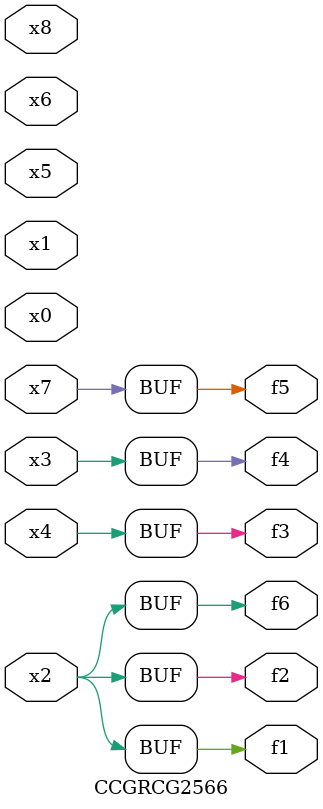
<source format=v>
module CCGRCG2566(
	input x0, x1, x2, x3, x4, x5, x6, x7, x8,
	output f1, f2, f3, f4, f5, f6
);
	assign f1 = x2;
	assign f2 = x2;
	assign f3 = x4;
	assign f4 = x3;
	assign f5 = x7;
	assign f6 = x2;
endmodule

</source>
